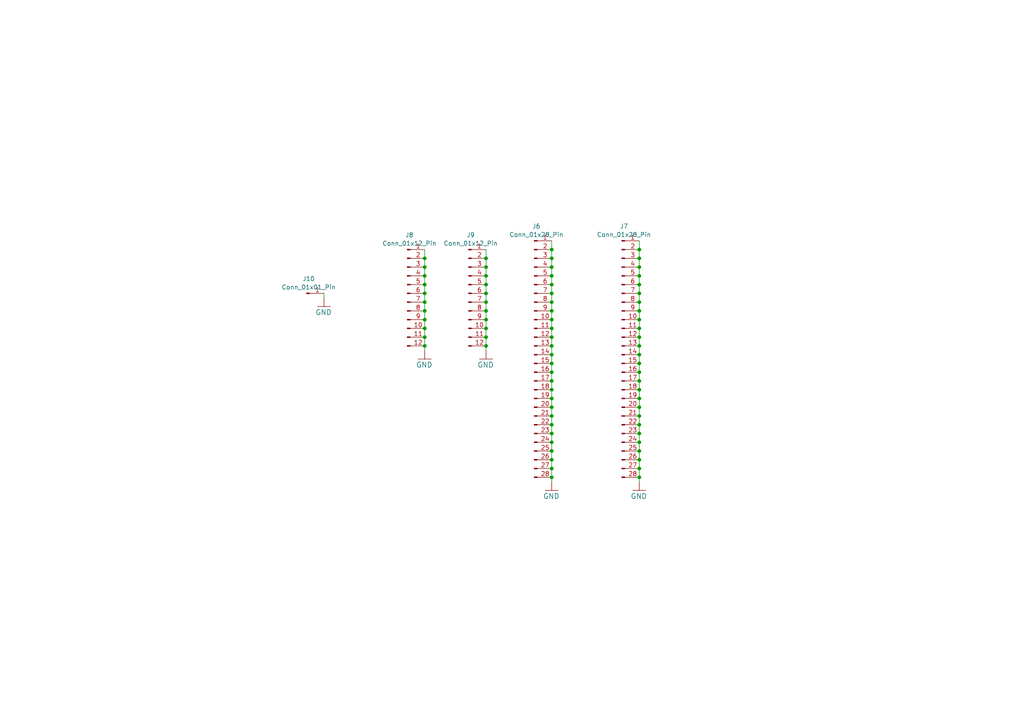
<source format=kicad_sch>
(kicad_sch (version 20230121) (generator eeschema)
  (paper "A4")
  (lib_symbols
    (symbol "ActiveSplitter-eagle-import:GND" (power) (pin_names (offset 1.016))
      (property "Value" "GND" (at -2.54 -2.54 0))
      (symbol "GND_1_0"
        (polyline (pts (xy -1.905 0) (xy 1.905 0)))
        (pin power_in line (at 0 2.54 270) (length 2.54) (name "GND") (number "1"))
      )
    )
    (symbol "Connector:Conn_01x01_Pin" (pin_names (offset 1.016) hide)
      (property "Reference" "J" (at 0 2.54 0))
      (property "Value" "Conn_01x01_Pin" (at 0 -2.54 0))
      (symbol "Conn_01x01_Pin_1_1"
        (polyline (pts (xy 1.27 0) (xy 0.8636 0)) (stroke (width 0.1524)))
        (rectangle (start 0.8636 0.127) (end 0 -0.127) (stroke (width 0.1524)) (fill (type outline)))
        (pin passive line (at 5.08 0 180) (length 3.81) (name "Pin_1") (number "1"))
      )
    )
    (symbol "Connector:Conn_01x12_Pin" (pin_names (offset 1.016) hide)
      (property "Reference" "J" (at 0 15.24 0))
      (property "Value" "Conn_01x12_Pin" (at 0 -17.78 0))
      (symbol "Conn_01x12_Pin_1_1"
        (polyline (pts (xy 1.27 -15.24) (xy 0.8636 -15.24)) (stroke (width 0.1524)))
        (polyline (pts (xy 1.27 -12.7) (xy 0.8636 -12.7)) (stroke (width 0.1524)))
        (polyline (pts (xy 1.27 -10.16) (xy 0.8636 -10.16)) (stroke (width 0.1524)))
        (polyline (pts (xy 1.27 -7.62) (xy 0.8636 -7.62)) (stroke (width 0.1524)))
        (polyline (pts (xy 1.27 -5.08) (xy 0.8636 -5.08)) (stroke (width 0.1524)))
        (polyline (pts (xy 1.27 -2.54) (xy 0.8636 -2.54)) (stroke (width 0.1524)))
        (polyline (pts (xy 1.27 0) (xy 0.8636 0)) (stroke (width 0.1524)))
        (polyline (pts (xy 1.27 2.54) (xy 0.8636 2.54)) (stroke (width 0.1524)))
        (polyline (pts (xy 1.27 5.08) (xy 0.8636 5.08)) (stroke (width 0.1524)))
        (polyline (pts (xy 1.27 7.62) (xy 0.8636 7.62)) (stroke (width 0.1524)))
        (polyline (pts (xy 1.27 10.16) (xy 0.8636 10.16)) (stroke (width 0.1524)))
        (polyline (pts (xy 1.27 12.7) (xy 0.8636 12.7)) (stroke (width 0.1524)))
        (rectangle (start 0.8636 -15.113) (end 0 -15.367) (stroke (width 0.1524)) (fill (type outline)))
        (rectangle (start 0.8636 -12.573) (end 0 -12.827) (stroke (width 0.1524)) (fill (type outline)))
        (rectangle (start 0.8636 -10.033) (end 0 -10.287) (stroke (width 0.1524)) (fill (type outline)))
        (rectangle (start 0.8636 -7.493) (end 0 -7.747) (stroke (width 0.1524)) (fill (type outline)))
        (rectangle (start 0.8636 -4.953) (end 0 -5.207) (stroke (width 0.1524)) (fill (type outline)))
        (rectangle (start 0.8636 -2.413) (end 0 -2.667) (stroke (width 0.1524)) (fill (type outline)))
        (rectangle (start 0.8636 0.127) (end 0 -0.127) (stroke (width 0.1524)) (fill (type outline)))
        (rectangle (start 0.8636 2.667) (end 0 2.413) (stroke (width 0.1524)) (fill (type outline)))
        (rectangle (start 0.8636 5.207) (end 0 4.953) (stroke (width 0.1524)) (fill (type outline)))
        (rectangle (start 0.8636 7.747) (end 0 7.493) (stroke (width 0.1524)) (fill (type outline)))
        (rectangle (start 0.8636 10.287) (end 0 10.033) (stroke (width 0.1524)) (fill (type outline)))
        (rectangle (start 0.8636 12.827) (end 0 12.573) (stroke (width 0.1524)) (fill (type outline)))
        (pin passive line (at 5.08 12.7 180) (length 3.81) (name "Pin_1") (number "1"))
        (pin passive line (at 5.08 -10.16 180) (length 3.81) (name "Pin_10") (number "10"))
        (pin passive line (at 5.08 -12.7 180) (length 3.81) (name "Pin_11") (number "11"))
        (pin passive line (at 5.08 -15.24 180) (length 3.81) (name "Pin_12") (number "12"))
        (pin passive line (at 5.08 10.16 180) (length 3.81) (name "Pin_2") (number "2"))
        (pin passive line (at 5.08 7.62 180) (length 3.81) (name "Pin_3") (number "3"))
        (pin passive line (at 5.08 5.08 180) (length 3.81) (name "Pin_4") (number "4"))
        (pin passive line (at 5.08 2.54 180) (length 3.81) (name "Pin_5") (number "5"))
        (pin passive line (at 5.08 0 180) (length 3.81) (name "Pin_6") (number "6"))
        (pin passive line (at 5.08 -2.54 180) (length 3.81) (name "Pin_7") (number "7"))
        (pin passive line (at 5.08 -5.08 180) (length 3.81) (name "Pin_8") (number "8"))
        (pin passive line (at 5.08 -7.62 180) (length 3.81) (name "Pin_9") (number "9"))
      )
    )
    (symbol "Connector:Conn_01x28_Pin" (pin_names (offset 1.016) hide)
      (property "Reference" "J" (at 0 35.56 0))
      (property "Value" "Conn_01x28_Pin" (at 0 -38.1 0))
      (symbol "Conn_01x28_Pin_1_1"
        (polyline (pts (xy 1.27 -35.56) (xy 0.8636 -35.56)) (stroke (width 0.1524)))
        (polyline (pts (xy 1.27 -33.02) (xy 0.8636 -33.02)) (stroke (width 0.1524)))
        (polyline (pts (xy 1.27 -30.48) (xy 0.8636 -30.48)) (stroke (width 0.1524)))
        (polyline (pts (xy 1.27 -27.94) (xy 0.8636 -27.94)) (stroke (width 0.1524)))
        (polyline (pts (xy 1.27 -25.4) (xy 0.8636 -25.4)) (stroke (width 0.1524)))
        (polyline (pts (xy 1.27 -22.86) (xy 0.8636 -22.86)) (stroke (width 0.1524)))
        (polyline (pts (xy 1.27 -20.32) (xy 0.8636 -20.32)) (stroke (width 0.1524)))
        (polyline (pts (xy 1.27 -17.78) (xy 0.8636 -17.78)) (stroke (width 0.1524)))
        (polyline (pts (xy 1.27 -15.24) (xy 0.8636 -15.24)) (stroke (width 0.1524)))
        (polyline (pts (xy 1.27 -12.7) (xy 0.8636 -12.7)) (stroke (width 0.1524)))
        (polyline (pts (xy 1.27 -10.16) (xy 0.8636 -10.16)) (stroke (width 0.1524)))
        (polyline (pts (xy 1.27 -7.62) (xy 0.8636 -7.62)) (stroke (width 0.1524)))
        (polyline (pts (xy 1.27 -5.08) (xy 0.8636 -5.08)) (stroke (width 0.1524)))
        (polyline (pts (xy 1.27 -2.54) (xy 0.8636 -2.54)) (stroke (width 0.1524)))
        (polyline (pts (xy 1.27 0) (xy 0.8636 0)) (stroke (width 0.1524)))
        (polyline (pts (xy 1.27 2.54) (xy 0.8636 2.54)) (stroke (width 0.1524)))
        (polyline (pts (xy 1.27 5.08) (xy 0.8636 5.08)) (stroke (width 0.1524)))
        (polyline (pts (xy 1.27 7.62) (xy 0.8636 7.62)) (stroke (width 0.1524)))
        (polyline (pts (xy 1.27 10.16) (xy 0.8636 10.16)) (stroke (width 0.1524)))
        (polyline (pts (xy 1.27 12.7) (xy 0.8636 12.7)) (stroke (width 0.1524)))
        (polyline (pts (xy 1.27 15.24) (xy 0.8636 15.24)) (stroke (width 0.1524)))
        (polyline (pts (xy 1.27 17.78) (xy 0.8636 17.78)) (stroke (width 0.1524)))
        (polyline (pts (xy 1.27 20.32) (xy 0.8636 20.32)) (stroke (width 0.1524)))
        (polyline (pts (xy 1.27 22.86) (xy 0.8636 22.86)) (stroke (width 0.1524)))
        (polyline (pts (xy 1.27 25.4) (xy 0.8636 25.4)) (stroke (width 0.1524)))
        (polyline (pts (xy 1.27 27.94) (xy 0.8636 27.94)) (stroke (width 0.1524)))
        (polyline (pts (xy 1.27 30.48) (xy 0.8636 30.48)) (stroke (width 0.1524)))
        (polyline (pts (xy 1.27 33.02) (xy 0.8636 33.02)) (stroke (width 0.1524)))
        (rectangle (start 0.8636 -35.433) (end 0 -35.687) (stroke (width 0.1524)) (fill (type outline)))
        (rectangle (start 0.8636 -32.893) (end 0 -33.147) (stroke (width 0.1524)) (fill (type outline)))
        (rectangle (start 0.8636 -30.353) (end 0 -30.607) (stroke (width 0.1524)) (fill (type outline)))
        (rectangle (start 0.8636 -27.813) (end 0 -28.067) (stroke (width 0.1524)) (fill (type outline)))
        (rectangle (start 0.8636 -25.273) (end 0 -25.527) (stroke (width 0.1524)) (fill (type outline)))
        (rectangle (start 0.8636 -22.733) (end 0 -22.987) (stroke (width 0.1524)) (fill (type outline)))
        (rectangle (start 0.8636 -20.193) (end 0 -20.447) (stroke (width 0.1524)) (fill (type outline)))
        (rectangle (start 0.8636 -17.653) (end 0 -17.907) (stroke (width 0.1524)) (fill (type outline)))
        (rectangle (start 0.8636 -15.113) (end 0 -15.367) (stroke (width 0.1524)) (fill (type outline)))
        (rectangle (start 0.8636 -12.573) (end 0 -12.827) (stroke (width 0.1524)) (fill (type outline)))
        (rectangle (start 0.8636 -10.033) (end 0 -10.287) (stroke (width 0.1524)) (fill (type outline)))
        (rectangle (start 0.8636 -7.493) (end 0 -7.747) (stroke (width 0.1524)) (fill (type outline)))
        (rectangle (start 0.8636 -4.953) (end 0 -5.207) (stroke (width 0.1524)) (fill (type outline)))
        (rectangle (start 0.8636 -2.413) (end 0 -2.667) (stroke (width 0.1524)) (fill (type outline)))
        (rectangle (start 0.8636 0.127) (end 0 -0.127) (stroke (width 0.1524)) (fill (type outline)))
        (rectangle (start 0.8636 2.667) (end 0 2.413) (stroke (width 0.1524)) (fill (type outline)))
        (rectangle (start 0.8636 5.207) (end 0 4.953) (stroke (width 0.1524)) (fill (type outline)))
        (rectangle (start 0.8636 7.747) (end 0 7.493) (stroke (width 0.1524)) (fill (type outline)))
        (rectangle (start 0.8636 10.287) (end 0 10.033) (stroke (width 0.1524)) (fill (type outline)))
        (rectangle (start 0.8636 12.827) (end 0 12.573) (stroke (width 0.1524)) (fill (type outline)))
        (rectangle (start 0.8636 15.367) (end 0 15.113) (stroke (width 0.1524)) (fill (type outline)))
        (rectangle (start 0.8636 17.907) (end 0 17.653) (stroke (width 0.1524)) (fill (type outline)))
        (rectangle (start 0.8636 20.447) (end 0 20.193) (stroke (width 0.1524)) (fill (type outline)))
        (rectangle (start 0.8636 22.987) (end 0 22.733) (stroke (width 0.1524)) (fill (type outline)))
        (rectangle (start 0.8636 25.527) (end 0 25.273) (stroke (width 0.1524)) (fill (type outline)))
        (rectangle (start 0.8636 28.067) (end 0 27.813) (stroke (width 0.1524)) (fill (type outline)))
        (rectangle (start 0.8636 30.607) (end 0 30.353) (stroke (width 0.1524)) (fill (type outline)))
        (rectangle (start 0.8636 33.147) (end 0 32.893) (stroke (width 0.1524)) (fill (type outline)))
        (pin passive line (at 5.08 33.02 180) (length 3.81) (name "Pin_1") (number "1"))
        (pin passive line (at 5.08 10.16 180) (length 3.81) (name "Pin_10") (number "10"))
        (pin passive line (at 5.08 7.62 180) (length 3.81) (name "Pin_11") (number "11"))
        (pin passive line (at 5.08 5.08 180) (length 3.81) (name "Pin_12") (number "12"))
        (pin passive line (at 5.08 2.54 180) (length 3.81) (name "Pin_13") (number "13"))
        (pin passive line (at 5.08 0 180) (length 3.81) (name "Pin_14") (number "14"))
        (pin passive line (at 5.08 -2.54 180) (length 3.81) (name "Pin_15") (number "15"))
        (pin passive line (at 5.08 -5.08 180) (length 3.81) (name "Pin_16") (number "16"))
        (pin passive line (at 5.08 -7.62 180) (length 3.81) (name "Pin_17") (number "17"))
        (pin passive line (at 5.08 -10.16 180) (length 3.81) (name "Pin_18") (number "18"))
        (pin passive line (at 5.08 -12.7 180) (length 3.81) (name "Pin_19") (number "19"))
        (pin passive line (at 5.08 30.48 180) (length 3.81) (name "Pin_2") (number "2"))
        (pin passive line (at 5.08 -15.24 180) (length 3.81) (name "Pin_20") (number "20"))
        (pin passive line (at 5.08 -17.78 180) (length 3.81) (name "Pin_21") (number "21"))
        (pin passive line (at 5.08 -20.32 180) (length 3.81) (name "Pin_22") (number "22"))
        (pin passive line (at 5.08 -22.86 180) (length 3.81) (name "Pin_23") (number "23"))
        (pin passive line (at 5.08 -25.4 180) (length 3.81) (name "Pin_24") (number "24"))
        (pin passive line (at 5.08 -27.94 180) (length 3.81) (name "Pin_25") (number "25"))
        (pin passive line (at 5.08 -30.48 180) (length 3.81) (name "Pin_26") (number "26"))
        (pin passive line (at 5.08 -33.02 180) (length 3.81) (name "Pin_27") (number "27"))
        (pin passive line (at 5.08 -35.56 180) (length 3.81) (name "Pin_28") (number "28"))
        (pin passive line (at 5.08 27.94 180) (length 3.81) (name "Pin_3") (number "3"))
        (pin passive line (at 5.08 25.4 180) (length 3.81) (name "Pin_4") (number "4"))
        (pin passive line (at 5.08 22.86 180) (length 3.81) (name "Pin_5") (number "5"))
        (pin passive line (at 5.08 20.32 180) (length 3.81) (name "Pin_6") (number "6"))
        (pin passive line (at 5.08 17.78 180) (length 3.81) (name "Pin_7") (number "7"))
        (pin passive line (at 5.08 15.24 180) (length 3.81) (name "Pin_8") (number "8"))
        (pin passive line (at 5.08 12.7 180) (length 3.81) (name "Pin_9") (number "9"))
      )
    )
  )
  (junction (at 185.42 85.09))
  (junction (at 160.02 92.71))
  (junction (at 140.97 87.63))
  (junction (at 140.97 90.17))
  (junction (at 160.02 74.93))
  (junction (at 185.42 92.71))
  (junction (at 185.42 135.89))
  (junction (at 160.02 115.57))
  (junction (at 123.19 92.71))
  (junction (at 160.02 97.79))
  (junction (at 160.02 77.47))
  (junction (at 185.42 115.57))
  (junction (at 185.42 138.43))
  (junction (at 160.02 130.81))
  (junction (at 140.97 95.25))
  (junction (at 160.02 113.03))
  (junction (at 160.02 118.11))
  (junction (at 185.42 113.03))
  (junction (at 185.42 118.11))
  (junction (at 123.19 85.09))
  (junction (at 185.42 107.95))
  (junction (at 123.19 80.01))
  (junction (at 185.42 130.81))
  (junction (at 123.19 95.25))
  (junction (at 160.02 135.89))
  (junction (at 185.42 105.41))
  (junction (at 185.42 82.55))
  (junction (at 160.02 133.35))
  (junction (at 160.02 72.39))
  (junction (at 185.42 128.27))
  (junction (at 185.42 77.47))
  (junction (at 160.02 125.73))
  (junction (at 185.42 87.63))
  (junction (at 160.02 123.19))
  (junction (at 123.19 90.17))
  (junction (at 185.42 100.33))
  (junction (at 185.42 80.01))
  (junction (at 160.02 102.87))
  (junction (at 123.19 87.63))
  (junction (at 140.97 92.71))
  (junction (at 123.19 77.47))
  (junction (at 185.42 123.19))
  (junction (at 160.02 87.63))
  (junction (at 140.97 82.55))
  (junction (at 160.02 128.27))
  (junction (at 185.42 133.35))
  (junction (at 160.02 85.09))
  (junction (at 140.97 100.33))
  (junction (at 160.02 107.95))
  (junction (at 185.42 110.49))
  (junction (at 185.42 102.87))
  (junction (at 160.02 90.17))
  (junction (at 160.02 138.43))
  (junction (at 123.19 97.79))
  (junction (at 160.02 110.49))
  (junction (at 140.97 85.09))
  (junction (at 185.42 120.65))
  (junction (at 185.42 72.39))
  (junction (at 185.42 97.79))
  (junction (at 123.19 74.93))
  (junction (at 140.97 80.01))
  (junction (at 123.19 82.55))
  (junction (at 160.02 80.01))
  (junction (at 185.42 90.17))
  (junction (at 160.02 82.55))
  (junction (at 160.02 95.25))
  (junction (at 185.42 74.93))
  (junction (at 185.42 125.73))
  (junction (at 185.42 95.25))
  (junction (at 160.02 100.33))
  (junction (at 140.97 97.79))
  (junction (at 140.97 74.93))
  (junction (at 140.97 77.47))
  (junction (at 160.02 105.41))
  (junction (at 160.02 120.65))
  (junction (at 123.19 100.33))
  (wire (pts (xy 160.02 80.01) (xy 160.02 82.55)))
  (wire (pts (xy 140.97 77.47) (xy 140.97 80.01)))
  (wire (pts (xy 123.19 82.55) (xy 123.19 85.09)))
  (wire (pts (xy 140.97 74.93) (xy 140.97 77.47)))
  (wire (pts (xy 160.02 105.41) (xy 160.02 107.95)))
  (wire (pts (xy 185.42 74.93) (xy 185.42 77.47)))
  (wire (pts (xy 185.42 90.17) (xy 185.42 92.71)))
  (wire (pts (xy 123.19 97.79) (xy 123.19 100.33)))
  (wire (pts (xy 160.02 115.57) (xy 160.02 118.11)))
  (wire (pts (xy 160.02 125.73) (xy 160.02 128.27)))
  (wire (pts (xy 160.02 135.89) (xy 160.02 138.43)))
  (wire (pts (xy 185.42 82.55) (xy 185.42 85.09)))
  (wire (pts (xy 160.02 77.47) (xy 160.02 80.01)))
  (wire (pts (xy 123.19 77.47) (xy 123.19 80.01)))
  (wire (pts (xy 185.42 102.87) (xy 185.42 105.41)))
  (wire (pts (xy 140.97 95.25) (xy 140.97 97.79)))
  (wire (pts (xy 160.02 102.87) (xy 160.02 105.41)))
  (wire (pts (xy 160.02 97.79) (xy 160.02 100.33)))
  (wire (pts (xy 123.19 90.17) (xy 123.19 92.71)))
  (wire (pts (xy 160.02 82.55) (xy 160.02 85.09)))
  (wire (pts (xy 123.19 92.71) (xy 123.19 95.25)))
  (wire (pts (xy 185.42 138.43) (xy 185.42 139.7)))
  (wire (pts (xy 160.02 113.03) (xy 160.02 115.57)))
  (wire (pts (xy 185.42 135.89) (xy 185.42 138.43)))
  (wire (pts (xy 185.42 110.49) (xy 185.42 113.03)))
  (wire (pts (xy 140.97 87.63) (xy 140.97 90.17)))
  (wire (pts (xy 160.02 72.39) (xy 160.02 74.93)))
  (wire (pts (xy 123.19 72.39) (xy 123.19 74.93)))
  (wire (pts (xy 185.42 128.27) (xy 185.42 130.81)))
  (wire (pts (xy 140.97 92.71) (xy 140.97 95.25)))
  (wire (pts (xy 185.42 97.79) (xy 185.42 100.33)))
  (wire (pts (xy 140.97 97.79) (xy 140.97 100.33)))
  (wire (pts (xy 140.97 100.33) (xy 140.97 101.6)))
  (wire (pts (xy 160.02 133.35) (xy 160.02 135.89)))
  (wire (pts (xy 160.02 138.43) (xy 160.02 139.7)))
  (wire (pts (xy 160.02 85.09) (xy 160.02 87.63)))
  (wire (pts (xy 185.42 118.11) (xy 185.42 120.65)))
  (wire (pts (xy 93.98 85.09) (xy 93.98 86.36)))
  (wire (pts (xy 123.19 100.33) (xy 123.19 101.6)))
  (wire (pts (xy 185.42 92.71) (xy 185.42 95.25)))
  (wire (pts (xy 160.02 95.25) (xy 160.02 97.79)))
  (wire (pts (xy 160.02 100.33) (xy 160.02 102.87)))
  (wire (pts (xy 123.19 74.93) (xy 123.19 77.47)))
  (wire (pts (xy 185.42 69.85) (xy 185.42 72.39)))
  (wire (pts (xy 185.42 72.39) (xy 185.42 74.93)))
  (wire (pts (xy 160.02 90.17) (xy 160.02 92.71)))
  (wire (pts (xy 185.42 85.09) (xy 185.42 87.63)))
  (wire (pts (xy 160.02 123.19) (xy 160.02 125.73)))
  (wire (pts (xy 160.02 128.27) (xy 160.02 130.81)))
  (wire (pts (xy 160.02 69.85) (xy 160.02 72.39)))
  (wire (pts (xy 185.42 120.65) (xy 185.42 123.19)))
  (wire (pts (xy 185.42 125.73) (xy 185.42 128.27)))
  (wire (pts (xy 185.42 115.57) (xy 185.42 118.11)))
  (wire (pts (xy 123.19 87.63) (xy 123.19 90.17)))
  (wire (pts (xy 123.19 85.09) (xy 123.19 87.63)))
  (wire (pts (xy 160.02 107.95) (xy 160.02 110.49)))
  (wire (pts (xy 185.42 80.01) (xy 185.42 82.55)))
  (wire (pts (xy 185.42 95.25) (xy 185.42 97.79)))
  (wire (pts (xy 123.19 95.25) (xy 123.19 97.79)))
  (wire (pts (xy 185.42 100.33) (xy 185.42 102.87)))
  (wire (pts (xy 140.97 72.39) (xy 140.97 74.93)))
  (wire (pts (xy 185.42 133.35) (xy 185.42 135.89)))
  (wire (pts (xy 185.42 113.03) (xy 185.42 115.57)))
  (wire (pts (xy 185.42 105.41) (xy 185.42 107.95)))
  (wire (pts (xy 160.02 74.93) (xy 160.02 77.47)))
  (wire (pts (xy 123.19 80.01) (xy 123.19 82.55)))
  (wire (pts (xy 140.97 85.09) (xy 140.97 87.63)))
  (wire (pts (xy 185.42 123.19) (xy 185.42 125.73)))
  (wire (pts (xy 160.02 130.81) (xy 160.02 133.35)))
  (wire (pts (xy 140.97 80.01) (xy 140.97 82.55)))
  (wire (pts (xy 160.02 118.11) (xy 160.02 120.65)))
  (wire (pts (xy 160.02 87.63) (xy 160.02 90.17)))
  (wire (pts (xy 185.42 77.47) (xy 185.42 80.01)))
  (wire (pts (xy 140.97 90.17) (xy 140.97 92.71)))
  (wire (pts (xy 160.02 110.49) (xy 160.02 113.03)))
  (wire (pts (xy 185.42 107.95) (xy 185.42 110.49)))
  (wire (pts (xy 185.42 130.81) (xy 185.42 133.35)))
  (wire (pts (xy 160.02 120.65) (xy 160.02 123.19)))
  (wire (pts (xy 140.97 82.55) (xy 140.97 85.09)))
  (wire (pts (xy 160.02 92.71) (xy 160.02 95.25)))
  (wire (pts (xy 185.42 87.63) (xy 185.42 90.17)))
  (symbol (lib_id "ActiveSplitter-eagle-import:GND") (at 140.97 104.14 0) (unit 1)
    (property "Reference" "#GND02" (effects hide))
    (property "Value" "GND" (at 138.43 106.68 0) (effects (font (size 1.4986 1.4986)) (justify left bottom)))
  )
  (symbol (lib_id "ActiveSplitter-eagle-import:GND") (at 93.98 88.9 0) (unit 1)
    (property "Reference" "#GND05" (effects hide))
    (property "Value" "GND" (at 91.44 91.44 0) (effects (font (size 1.4986 1.4986)) (justify left bottom)))
  )
  (symbol (lib_id "Connector:Conn_01x12_Pin") (at 118.11 85.09 0) (unit 1)
    (property "Reference" "J8" (at 118.745 68.1695 0))
    (property "Value" "Conn_01x12_Pin" (at 118.745 70.5937 0))
    (property "Footprint" "Connector_PinHeader_2.54mm:PinHeader_1x12_P2.54mm_Vertical" (effects hide))
  )
  (symbol (lib_id "Connector:Conn_01x28_Pin") (at 180.34 102.87 0) (unit 1)
    (property "Reference" "J7" (at 180.975 65.6295 0))
    (property "Value" "Conn_01x28_Pin" (at 180.975 68.0537 0))
    (property "Footprint" "Connector_PinHeader_2.54mm:PinHeader_1x28_P2.54mm_Vertical" (effects hide))
  )
  (symbol (lib_id "Connector:Conn_01x28_Pin") (at 154.94 102.87 0) (unit 1)
    (property "Reference" "J6" (at 155.575 65.6295 0))
    (property "Value" "Conn_01x28_Pin" (at 155.575 68.0537 0))
    (property "Footprint" "Connector_PinHeader_2.54mm:PinHeader_1x28_P2.54mm_Vertical" (effects hide))
  )
  (symbol (lib_id "Connector:Conn_01x01_Pin") (at 88.9 85.09 0) (unit 1)
    (property "Reference" "J10" (at 89.535 80.8695 0))
    (property "Value" "Conn_01x01_Pin" (at 89.535 83.2937 0))
    (property "Footprint" "Connector_Pin:Pin_D1.3mm_L11.0mm_LooseFit" (effects hide))
  )
  (symbol (lib_id "ActiveSplitter-eagle-import:GND") (at 185.42 142.24 0) (unit 1)
    (property "Reference" "#GND04" (effects hide))
    (property "Value" "GND" (at 182.88 144.78 0) (effects (font (size 1.4986 1.4986)) (justify left bottom)))
  )
  (symbol (lib_id "ActiveSplitter-eagle-import:GND") (at 160.02 142.24 0) (unit 1)
    (property "Reference" "#GND03" (effects hide))
    (property "Value" "GND" (at 157.48 144.78 0) (effects (font (size 1.4986 1.4986)) (justify left bottom)))
  )
  (symbol (lib_id "ActiveSplitter-eagle-import:GND") (at 123.19 104.14 0) (unit 1)
    (property "Reference" "#GND01" (effects hide))
    (property "Value" "GND" (at 120.65 106.68 0) (effects (font (size 1.4986 1.4986)) (justify left bottom)))
  )
  (symbol (lib_id "Connector:Conn_01x12_Pin") (at 135.89 85.09 0) (unit 1)
    (property "Reference" "J9" (at 136.525 68.1695 0))
    (property "Value" "Conn_01x12_Pin" (at 136.525 70.5937 0))
    (property "Footprint" "Connector_PinHeader_2.54mm:PinHeader_1x12_P2.54mm_Vertical" (effects hide))
  )
)
</source>
